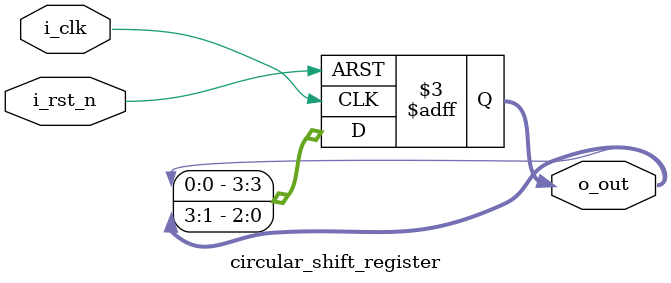
<source format=v>
`timescale 1ns / 1ps
module circular_shift_register(
i_clk,
i_rst_n,
o_out);

parameter WIDTH = 4;

input i_clk, i_rst_n;
output reg [WIDTH-1:0] o_out;


always @(posedge i_clk or negedge i_rst_n) begin
if (!i_rst_n)begin
o_out <= 4'b1000;
end else begin
o_out <= {o_out[0] , o_out[WIDTH-1:1]};
end


end
endmodule

</source>
